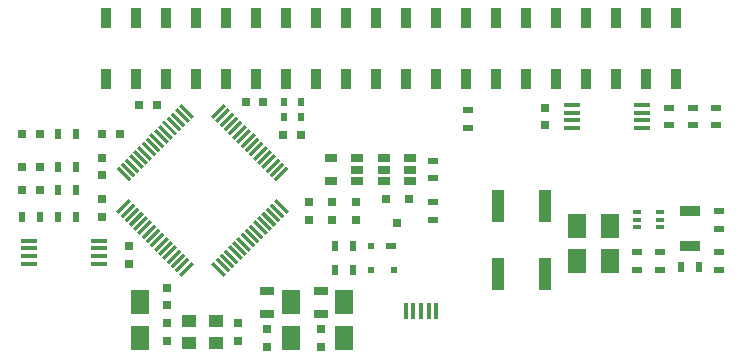
<source format=gtp>
G04 #@! TF.FileFunction,Paste,Top*
%FSLAX46Y46*%
G04 Gerber Fmt 4.6, Leading zero omitted, Abs format (unit mm)*
G04 Created by KiCad (PCBNEW 4.0.0-stable) date Saturday, April 30, 2016 'AMt' 05:13:45 AM*
%MOMM*%
G01*
G04 APERTURE LIST*
%ADD10C,0.100000*%
%ADD11R,0.400000X1.350000*%
%ADD12R,0.900000X0.600000*%
%ADD13R,0.500000X0.600000*%
%ADD14R,1.450000X0.450000*%
%ADD15R,0.889000X1.680000*%
%ADD16R,1.300000X0.700000*%
%ADD17R,1.000000X2.750000*%
%ADD18R,0.500000X0.900000*%
%ADD19R,0.600000X0.700000*%
%ADD20R,0.750000X0.800000*%
%ADD21R,0.900000X0.500000*%
%ADD22R,1.060000X0.650000*%
%ADD23R,0.797560X0.797560*%
%ADD24R,0.800100X0.800100*%
%ADD25R,1.300000X1.050000*%
%ADD26R,0.749300X0.398780*%
%ADD27R,1.700000X0.900000*%
%ADD28R,1.501140X2.148840*%
%ADD29R,0.800000X0.750000*%
G04 APERTURE END LIST*
D10*
G36*
X18515254Y7393577D02*
X18303122Y7181445D01*
X17242462Y8242105D01*
X17454594Y8454237D01*
X18515254Y7393577D01*
X18515254Y7393577D01*
G37*
G36*
X18868808Y7747130D02*
X18656676Y7534998D01*
X17596016Y8595658D01*
X17808148Y8807790D01*
X18868808Y7747130D01*
X18868808Y7747130D01*
G37*
G36*
X19222361Y8100684D02*
X19010229Y7888552D01*
X17949569Y8949212D01*
X18161701Y9161344D01*
X19222361Y8100684D01*
X19222361Y8100684D01*
G37*
G36*
X19575914Y8454237D02*
X19363782Y8242105D01*
X18303122Y9302765D01*
X18515254Y9514897D01*
X19575914Y8454237D01*
X19575914Y8454237D01*
G37*
G36*
X19929468Y8807790D02*
X19717336Y8595658D01*
X18656676Y9656318D01*
X18868808Y9868450D01*
X19929468Y8807790D01*
X19929468Y8807790D01*
G37*
G36*
X20283021Y9161344D02*
X20070889Y8949212D01*
X19010229Y10009872D01*
X19222361Y10222004D01*
X20283021Y9161344D01*
X20283021Y9161344D01*
G37*
G36*
X20636575Y9514897D02*
X20424443Y9302765D01*
X19363783Y10363425D01*
X19575915Y10575557D01*
X20636575Y9514897D01*
X20636575Y9514897D01*
G37*
G36*
X20990128Y9868451D02*
X20777996Y9656319D01*
X19717336Y10716979D01*
X19929468Y10929111D01*
X20990128Y9868451D01*
X20990128Y9868451D01*
G37*
G36*
X21343681Y10222004D02*
X21131549Y10009872D01*
X20070889Y11070532D01*
X20283021Y11282664D01*
X21343681Y10222004D01*
X21343681Y10222004D01*
G37*
G36*
X21697235Y10575557D02*
X21485103Y10363425D01*
X20424443Y11424085D01*
X20636575Y11636217D01*
X21697235Y10575557D01*
X21697235Y10575557D01*
G37*
G36*
X22050788Y10929111D02*
X21838656Y10716979D01*
X20777996Y11777639D01*
X20990128Y11989771D01*
X22050788Y10929111D01*
X22050788Y10929111D01*
G37*
G36*
X22404342Y11282664D02*
X22192210Y11070532D01*
X21131550Y12131192D01*
X21343682Y12343324D01*
X22404342Y11282664D01*
X22404342Y11282664D01*
G37*
G36*
X22757895Y11636218D02*
X22545763Y11424086D01*
X21485103Y12484746D01*
X21697235Y12696878D01*
X22757895Y11636218D01*
X22757895Y11636218D01*
G37*
G36*
X23111448Y11989771D02*
X22899316Y11777639D01*
X21838656Y12838299D01*
X22050788Y13050431D01*
X23111448Y11989771D01*
X23111448Y11989771D01*
G37*
G36*
X23465002Y12343324D02*
X23252870Y12131192D01*
X22192210Y13191852D01*
X22404342Y13403984D01*
X23465002Y12343324D01*
X23465002Y12343324D01*
G37*
G36*
X23818555Y12696878D02*
X23606423Y12484746D01*
X22545763Y13545406D01*
X22757895Y13757538D01*
X23818555Y12696878D01*
X23818555Y12696878D01*
G37*
G36*
X23606423Y16515254D02*
X23818555Y16303122D01*
X22757895Y15242462D01*
X22545763Y15454594D01*
X23606423Y16515254D01*
X23606423Y16515254D01*
G37*
G36*
X23252870Y16868808D02*
X23465002Y16656676D01*
X22404342Y15596016D01*
X22192210Y15808148D01*
X23252870Y16868808D01*
X23252870Y16868808D01*
G37*
G36*
X22899316Y17222361D02*
X23111448Y17010229D01*
X22050788Y15949569D01*
X21838656Y16161701D01*
X22899316Y17222361D01*
X22899316Y17222361D01*
G37*
G36*
X22545763Y17575914D02*
X22757895Y17363782D01*
X21697235Y16303122D01*
X21485103Y16515254D01*
X22545763Y17575914D01*
X22545763Y17575914D01*
G37*
G36*
X22192210Y17929468D02*
X22404342Y17717336D01*
X21343682Y16656676D01*
X21131550Y16868808D01*
X22192210Y17929468D01*
X22192210Y17929468D01*
G37*
G36*
X21838656Y18283021D02*
X22050788Y18070889D01*
X20990128Y17010229D01*
X20777996Y17222361D01*
X21838656Y18283021D01*
X21838656Y18283021D01*
G37*
G36*
X21485103Y18636575D02*
X21697235Y18424443D01*
X20636575Y17363783D01*
X20424443Y17575915D01*
X21485103Y18636575D01*
X21485103Y18636575D01*
G37*
G36*
X21131549Y18990128D02*
X21343681Y18777996D01*
X20283021Y17717336D01*
X20070889Y17929468D01*
X21131549Y18990128D01*
X21131549Y18990128D01*
G37*
G36*
X20777996Y19343681D02*
X20990128Y19131549D01*
X19929468Y18070889D01*
X19717336Y18283021D01*
X20777996Y19343681D01*
X20777996Y19343681D01*
G37*
G36*
X20424443Y19697235D02*
X20636575Y19485103D01*
X19575915Y18424443D01*
X19363783Y18636575D01*
X20424443Y19697235D01*
X20424443Y19697235D01*
G37*
G36*
X20070889Y20050788D02*
X20283021Y19838656D01*
X19222361Y18777996D01*
X19010229Y18990128D01*
X20070889Y20050788D01*
X20070889Y20050788D01*
G37*
G36*
X19717336Y20404342D02*
X19929468Y20192210D01*
X18868808Y19131550D01*
X18656676Y19343682D01*
X19717336Y20404342D01*
X19717336Y20404342D01*
G37*
G36*
X19363782Y20757895D02*
X19575914Y20545763D01*
X18515254Y19485103D01*
X18303122Y19697235D01*
X19363782Y20757895D01*
X19363782Y20757895D01*
G37*
G36*
X19010229Y21111448D02*
X19222361Y20899316D01*
X18161701Y19838656D01*
X17949569Y20050788D01*
X19010229Y21111448D01*
X19010229Y21111448D01*
G37*
G36*
X18656676Y21465002D02*
X18868808Y21252870D01*
X17808148Y20192210D01*
X17596016Y20404342D01*
X18656676Y21465002D01*
X18656676Y21465002D01*
G37*
G36*
X18303122Y21818555D02*
X18515254Y21606423D01*
X17454594Y20545763D01*
X17242462Y20757895D01*
X18303122Y21818555D01*
X18303122Y21818555D01*
G37*
G36*
X15757538Y20757895D02*
X15545406Y20545763D01*
X14484746Y21606423D01*
X14696878Y21818555D01*
X15757538Y20757895D01*
X15757538Y20757895D01*
G37*
G36*
X15403984Y20404342D02*
X15191852Y20192210D01*
X14131192Y21252870D01*
X14343324Y21465002D01*
X15403984Y20404342D01*
X15403984Y20404342D01*
G37*
G36*
X15050431Y20050788D02*
X14838299Y19838656D01*
X13777639Y20899316D01*
X13989771Y21111448D01*
X15050431Y20050788D01*
X15050431Y20050788D01*
G37*
G36*
X14696878Y19697235D02*
X14484746Y19485103D01*
X13424086Y20545763D01*
X13636218Y20757895D01*
X14696878Y19697235D01*
X14696878Y19697235D01*
G37*
G36*
X14343324Y19343682D02*
X14131192Y19131550D01*
X13070532Y20192210D01*
X13282664Y20404342D01*
X14343324Y19343682D01*
X14343324Y19343682D01*
G37*
G36*
X13989771Y18990128D02*
X13777639Y18777996D01*
X12716979Y19838656D01*
X12929111Y20050788D01*
X13989771Y18990128D01*
X13989771Y18990128D01*
G37*
G36*
X13636217Y18636575D02*
X13424085Y18424443D01*
X12363425Y19485103D01*
X12575557Y19697235D01*
X13636217Y18636575D01*
X13636217Y18636575D01*
G37*
G36*
X13282664Y18283021D02*
X13070532Y18070889D01*
X12009872Y19131549D01*
X12222004Y19343681D01*
X13282664Y18283021D01*
X13282664Y18283021D01*
G37*
G36*
X12929111Y17929468D02*
X12716979Y17717336D01*
X11656319Y18777996D01*
X11868451Y18990128D01*
X12929111Y17929468D01*
X12929111Y17929468D01*
G37*
G36*
X12575557Y17575915D02*
X12363425Y17363783D01*
X11302765Y18424443D01*
X11514897Y18636575D01*
X12575557Y17575915D01*
X12575557Y17575915D01*
G37*
G36*
X12222004Y17222361D02*
X12009872Y17010229D01*
X10949212Y18070889D01*
X11161344Y18283021D01*
X12222004Y17222361D01*
X12222004Y17222361D01*
G37*
G36*
X11868450Y16868808D02*
X11656318Y16656676D01*
X10595658Y17717336D01*
X10807790Y17929468D01*
X11868450Y16868808D01*
X11868450Y16868808D01*
G37*
G36*
X11514897Y16515254D02*
X11302765Y16303122D01*
X10242105Y17363782D01*
X10454237Y17575914D01*
X11514897Y16515254D01*
X11514897Y16515254D01*
G37*
G36*
X11161344Y16161701D02*
X10949212Y15949569D01*
X9888552Y17010229D01*
X10100684Y17222361D01*
X11161344Y16161701D01*
X11161344Y16161701D01*
G37*
G36*
X10807790Y15808148D02*
X10595658Y15596016D01*
X9534998Y16656676D01*
X9747130Y16868808D01*
X10807790Y15808148D01*
X10807790Y15808148D01*
G37*
G36*
X10454237Y15454594D02*
X10242105Y15242462D01*
X9181445Y16303122D01*
X9393577Y16515254D01*
X10454237Y15454594D01*
X10454237Y15454594D01*
G37*
G36*
X10242105Y13757538D02*
X10454237Y13545406D01*
X9393577Y12484746D01*
X9181445Y12696878D01*
X10242105Y13757538D01*
X10242105Y13757538D01*
G37*
G36*
X10595658Y13403984D02*
X10807790Y13191852D01*
X9747130Y12131192D01*
X9534998Y12343324D01*
X10595658Y13403984D01*
X10595658Y13403984D01*
G37*
G36*
X10949212Y13050431D02*
X11161344Y12838299D01*
X10100684Y11777639D01*
X9888552Y11989771D01*
X10949212Y13050431D01*
X10949212Y13050431D01*
G37*
G36*
X11302765Y12696878D02*
X11514897Y12484746D01*
X10454237Y11424086D01*
X10242105Y11636218D01*
X11302765Y12696878D01*
X11302765Y12696878D01*
G37*
G36*
X11656318Y12343324D02*
X11868450Y12131192D01*
X10807790Y11070532D01*
X10595658Y11282664D01*
X11656318Y12343324D01*
X11656318Y12343324D01*
G37*
G36*
X12009872Y11989771D02*
X12222004Y11777639D01*
X11161344Y10716979D01*
X10949212Y10929111D01*
X12009872Y11989771D01*
X12009872Y11989771D01*
G37*
G36*
X12363425Y11636217D02*
X12575557Y11424085D01*
X11514897Y10363425D01*
X11302765Y10575557D01*
X12363425Y11636217D01*
X12363425Y11636217D01*
G37*
G36*
X12716979Y11282664D02*
X12929111Y11070532D01*
X11868451Y10009872D01*
X11656319Y10222004D01*
X12716979Y11282664D01*
X12716979Y11282664D01*
G37*
G36*
X13070532Y10929111D02*
X13282664Y10716979D01*
X12222004Y9656319D01*
X12009872Y9868451D01*
X13070532Y10929111D01*
X13070532Y10929111D01*
G37*
G36*
X13424085Y10575557D02*
X13636217Y10363425D01*
X12575557Y9302765D01*
X12363425Y9514897D01*
X13424085Y10575557D01*
X13424085Y10575557D01*
G37*
G36*
X13777639Y10222004D02*
X13989771Y10009872D01*
X12929111Y8949212D01*
X12716979Y9161344D01*
X13777639Y10222004D01*
X13777639Y10222004D01*
G37*
G36*
X14131192Y9868450D02*
X14343324Y9656318D01*
X13282664Y8595658D01*
X13070532Y8807790D01*
X14131192Y9868450D01*
X14131192Y9868450D01*
G37*
G36*
X14484746Y9514897D02*
X14696878Y9302765D01*
X13636218Y8242105D01*
X13424086Y8454237D01*
X14484746Y9514897D01*
X14484746Y9514897D01*
G37*
G36*
X14838299Y9161344D02*
X15050431Y8949212D01*
X13989771Y7888552D01*
X13777639Y8100684D01*
X14838299Y9161344D01*
X14838299Y9161344D01*
G37*
G36*
X15191852Y8807790D02*
X15403984Y8595658D01*
X14343324Y7534998D01*
X14131192Y7747130D01*
X15191852Y8807790D01*
X15191852Y8807790D01*
G37*
G36*
X15545406Y8454237D02*
X15757538Y8242105D01*
X14696878Y7181445D01*
X14484746Y7393577D01*
X15545406Y8454237D01*
X15545406Y8454237D01*
G37*
D11*
X33699100Y4285389D03*
X34349100Y4285389D03*
X34999100Y4285389D03*
X35649100Y4285389D03*
X36299100Y4285389D03*
D12*
X32500000Y9750000D03*
D13*
X30800000Y9750000D03*
X30800000Y7750000D03*
X32700000Y7750000D03*
D14*
X7700000Y8275000D03*
X7700000Y8925000D03*
X7700000Y9575000D03*
X7700000Y10225000D03*
X1800000Y10225000D03*
X1800000Y9575000D03*
X1800000Y8925000D03*
X1800000Y8275000D03*
D15*
X8370000Y23920000D03*
X8370000Y29080000D03*
X10910000Y23920000D03*
X10910000Y29080000D03*
X13450000Y23920000D03*
X13450000Y29080000D03*
X15990000Y23920000D03*
X15990000Y29080000D03*
X18530000Y23920000D03*
X18530000Y29080000D03*
X21070000Y23920000D03*
X21070000Y29080000D03*
X23610000Y23920000D03*
X23610000Y29080000D03*
X26150000Y23920000D03*
X26150000Y29080000D03*
X28690000Y23920000D03*
X28690000Y29080000D03*
X31230000Y23920000D03*
X31230000Y29080000D03*
X33770000Y23920000D03*
X33770000Y29080000D03*
X36310000Y23920000D03*
X36310000Y29080000D03*
X38850000Y23920000D03*
X38850000Y29080000D03*
X41390000Y23920000D03*
X43930000Y23920000D03*
X46470000Y23920000D03*
X49010000Y23920000D03*
X51550000Y23920000D03*
X54090000Y23920000D03*
X56630000Y23920000D03*
X56630000Y29080000D03*
X54090000Y29080000D03*
X51550000Y29080000D03*
X49010000Y29080000D03*
X46470000Y29080000D03*
X43930000Y29080000D03*
X41390000Y29080000D03*
D16*
X26500000Y5950000D03*
X26500000Y4050000D03*
X22000000Y5950000D03*
X22000000Y4050000D03*
D17*
X41500000Y13125000D03*
X41500000Y7375000D03*
X45500000Y7375000D03*
X45500000Y13125000D03*
D18*
X58500000Y8000000D03*
X57000000Y8000000D03*
D19*
X24800000Y22000000D03*
X23400000Y22000000D03*
X24800000Y20700000D03*
X23400000Y20700000D03*
D20*
X45500000Y21500000D03*
X45500000Y20000000D03*
D21*
X58000000Y21500000D03*
X58000000Y20000000D03*
X60000000Y21500000D03*
X60000000Y20000000D03*
X56000000Y21500000D03*
X56000000Y20000000D03*
D22*
X29600000Y15300000D03*
X29600000Y16250000D03*
X29600000Y17200000D03*
X27400000Y17200000D03*
X27400000Y15300000D03*
D20*
X27500000Y13500000D03*
X27500000Y12000000D03*
X29500000Y13500000D03*
X29500000Y12000000D03*
D18*
X4250000Y19250000D03*
X5750000Y19250000D03*
D23*
X1250700Y19250000D03*
X2749300Y19250000D03*
D21*
X36000000Y13500000D03*
X36000000Y12000000D03*
X36000000Y15500000D03*
X36000000Y17000000D03*
D22*
X31900000Y17200000D03*
X31900000Y16250000D03*
X31900000Y15300000D03*
X34100000Y15300000D03*
X34100000Y17200000D03*
X34100000Y16250000D03*
D24*
X33950000Y13750760D03*
X32050000Y13750760D03*
X33000000Y11751780D03*
D25*
X15350000Y1575000D03*
X17650000Y1575000D03*
X17650000Y3425000D03*
X15350000Y3425000D03*
D26*
X55199960Y11349760D03*
X55199960Y12000000D03*
X55199960Y12650240D03*
X53300040Y12650240D03*
X53300040Y12000000D03*
X53300040Y11349760D03*
D18*
X27750000Y7750000D03*
X29250000Y7750000D03*
X4250000Y14500000D03*
X5750000Y14500000D03*
X4250000Y16500000D03*
X5750000Y16500000D03*
D21*
X60250000Y12750000D03*
X60250000Y11250000D03*
D27*
X57750000Y12700000D03*
X57750000Y9800000D03*
D21*
X60250000Y9250000D03*
X60250000Y7750000D03*
X39000000Y21250000D03*
X39000000Y19750000D03*
X55250000Y9250000D03*
X55250000Y7750000D03*
X53250000Y7750000D03*
X53250000Y9250000D03*
D18*
X4250000Y12250000D03*
X5750000Y12250000D03*
X1250000Y12250000D03*
X2750000Y12250000D03*
D23*
X1250700Y14500000D03*
X2749300Y14500000D03*
X1250700Y16500000D03*
X2749300Y16500000D03*
D20*
X19500000Y3250000D03*
X19500000Y1750000D03*
X22000000Y2750000D03*
X22000000Y1250000D03*
X13500000Y1750000D03*
X13500000Y3250000D03*
X8000000Y15750000D03*
X8000000Y17250000D03*
D28*
X24000000Y1998860D03*
X24000000Y5001140D03*
X11250000Y1998860D03*
X11250000Y5001140D03*
D20*
X26500000Y2750000D03*
X26500000Y1250000D03*
X8000000Y12250000D03*
X8000000Y13750000D03*
D28*
X28500000Y1998860D03*
X28500000Y5001140D03*
D20*
X10250000Y9750000D03*
X10250000Y8250000D03*
D28*
X48250000Y8498860D03*
X48250000Y11501140D03*
D29*
X8000000Y19250000D03*
X9500000Y19250000D03*
D20*
X13500000Y6250000D03*
X13500000Y4750000D03*
D28*
X51000000Y8498860D03*
X51000000Y11501140D03*
D29*
X20150000Y22000000D03*
X21650000Y22000000D03*
X12650000Y21700000D03*
X11150000Y21700000D03*
X23350000Y19200000D03*
X24850000Y19200000D03*
D20*
X25500000Y12000000D03*
X25500000Y13500000D03*
D18*
X27750000Y9750000D03*
X29250000Y9750000D03*
D14*
X47800000Y21725000D03*
X47800000Y21075000D03*
X47800000Y20425000D03*
X47800000Y19775000D03*
X53700000Y19775000D03*
X53700000Y20425000D03*
X53700000Y21075000D03*
X53700000Y21725000D03*
M02*

</source>
